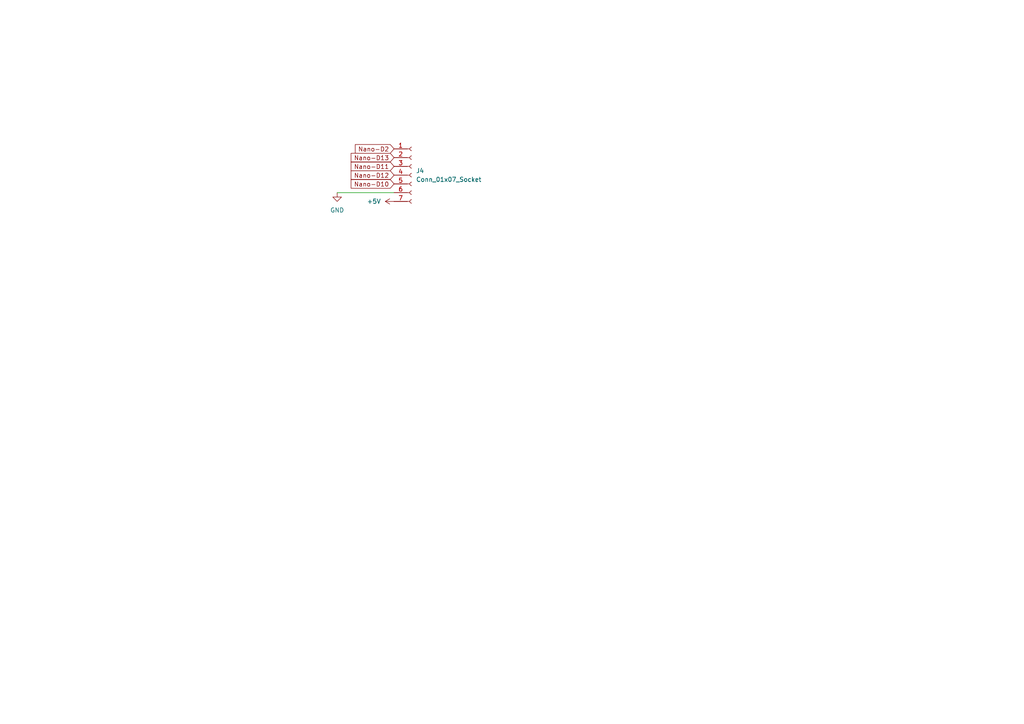
<source format=kicad_sch>
(kicad_sch (version 20230121) (generator eeschema)

  (uuid c188a13c-c6d8-4757-a784-027f2a6d6637)

  (paper "A4")

  (lib_symbols
    (symbol "Connector:Conn_01x07_Socket" (pin_names (offset 1.016) hide) (in_bom yes) (on_board yes)
      (property "Reference" "J" (at 0 10.16 0)
        (effects (font (size 1.27 1.27)))
      )
      (property "Value" "Conn_01x07_Socket" (at 0 -10.16 0)
        (effects (font (size 1.27 1.27)))
      )
      (property "Footprint" "" (at 0 0 0)
        (effects (font (size 1.27 1.27)) hide)
      )
      (property "Datasheet" "~" (at 0 0 0)
        (effects (font (size 1.27 1.27)) hide)
      )
      (property "ki_locked" "" (at 0 0 0)
        (effects (font (size 1.27 1.27)))
      )
      (property "ki_keywords" "connector" (at 0 0 0)
        (effects (font (size 1.27 1.27)) hide)
      )
      (property "ki_description" "Generic connector, single row, 01x07, script generated" (at 0 0 0)
        (effects (font (size 1.27 1.27)) hide)
      )
      (property "ki_fp_filters" "Connector*:*_1x??_*" (at 0 0 0)
        (effects (font (size 1.27 1.27)) hide)
      )
      (symbol "Conn_01x07_Socket_1_1"
        (arc (start 0 -7.112) (mid -0.5058 -7.62) (end 0 -8.128)
          (stroke (width 0.1524) (type default))
          (fill (type none))
        )
        (arc (start 0 -4.572) (mid -0.5058 -5.08) (end 0 -5.588)
          (stroke (width 0.1524) (type default))
          (fill (type none))
        )
        (arc (start 0 -2.032) (mid -0.5058 -2.54) (end 0 -3.048)
          (stroke (width 0.1524) (type default))
          (fill (type none))
        )
        (polyline
          (pts
            (xy -1.27 -7.62)
            (xy -0.508 -7.62)
          )
          (stroke (width 0.1524) (type default))
          (fill (type none))
        )
        (polyline
          (pts
            (xy -1.27 -5.08)
            (xy -0.508 -5.08)
          )
          (stroke (width 0.1524) (type default))
          (fill (type none))
        )
        (polyline
          (pts
            (xy -1.27 -2.54)
            (xy -0.508 -2.54)
          )
          (stroke (width 0.1524) (type default))
          (fill (type none))
        )
        (polyline
          (pts
            (xy -1.27 0)
            (xy -0.508 0)
          )
          (stroke (width 0.1524) (type default))
          (fill (type none))
        )
        (polyline
          (pts
            (xy -1.27 2.54)
            (xy -0.508 2.54)
          )
          (stroke (width 0.1524) (type default))
          (fill (type none))
        )
        (polyline
          (pts
            (xy -1.27 5.08)
            (xy -0.508 5.08)
          )
          (stroke (width 0.1524) (type default))
          (fill (type none))
        )
        (polyline
          (pts
            (xy -1.27 7.62)
            (xy -0.508 7.62)
          )
          (stroke (width 0.1524) (type default))
          (fill (type none))
        )
        (arc (start 0 0.508) (mid -0.5058 0) (end 0 -0.508)
          (stroke (width 0.1524) (type default))
          (fill (type none))
        )
        (arc (start 0 3.048) (mid -0.5058 2.54) (end 0 2.032)
          (stroke (width 0.1524) (type default))
          (fill (type none))
        )
        (arc (start 0 5.588) (mid -0.5058 5.08) (end 0 4.572)
          (stroke (width 0.1524) (type default))
          (fill (type none))
        )
        (arc (start 0 8.128) (mid -0.5058 7.62) (end 0 7.112)
          (stroke (width 0.1524) (type default))
          (fill (type none))
        )
        (pin passive line (at -5.08 7.62 0) (length 3.81)
          (name "Pin_1" (effects (font (size 1.27 1.27))))
          (number "1" (effects (font (size 1.27 1.27))))
        )
        (pin passive line (at -5.08 5.08 0) (length 3.81)
          (name "Pin_2" (effects (font (size 1.27 1.27))))
          (number "2" (effects (font (size 1.27 1.27))))
        )
        (pin passive line (at -5.08 2.54 0) (length 3.81)
          (name "Pin_3" (effects (font (size 1.27 1.27))))
          (number "3" (effects (font (size 1.27 1.27))))
        )
        (pin passive line (at -5.08 0 0) (length 3.81)
          (name "Pin_4" (effects (font (size 1.27 1.27))))
          (number "4" (effects (font (size 1.27 1.27))))
        )
        (pin passive line (at -5.08 -2.54 0) (length 3.81)
          (name "Pin_5" (effects (font (size 1.27 1.27))))
          (number "5" (effects (font (size 1.27 1.27))))
        )
        (pin passive line (at -5.08 -5.08 0) (length 3.81)
          (name "Pin_6" (effects (font (size 1.27 1.27))))
          (number "6" (effects (font (size 1.27 1.27))))
        )
        (pin passive line (at -5.08 -7.62 0) (length 3.81)
          (name "Pin_7" (effects (font (size 1.27 1.27))))
          (number "7" (effects (font (size 1.27 1.27))))
        )
      )
    )
    (symbol "power:+5V" (power) (pin_names (offset 0)) (in_bom yes) (on_board yes)
      (property "Reference" "#PWR" (at 0 -3.81 0)
        (effects (font (size 1.27 1.27)) hide)
      )
      (property "Value" "+5V" (at 0 3.556 0)
        (effects (font (size 1.27 1.27)))
      )
      (property "Footprint" "" (at 0 0 0)
        (effects (font (size 1.27 1.27)) hide)
      )
      (property "Datasheet" "" (at 0 0 0)
        (effects (font (size 1.27 1.27)) hide)
      )
      (property "ki_keywords" "global power" (at 0 0 0)
        (effects (font (size 1.27 1.27)) hide)
      )
      (property "ki_description" "Power symbol creates a global label with name \"+5V\"" (at 0 0 0)
        (effects (font (size 1.27 1.27)) hide)
      )
      (symbol "+5V_0_1"
        (polyline
          (pts
            (xy -0.762 1.27)
            (xy 0 2.54)
          )
          (stroke (width 0) (type default))
          (fill (type none))
        )
        (polyline
          (pts
            (xy 0 0)
            (xy 0 2.54)
          )
          (stroke (width 0) (type default))
          (fill (type none))
        )
        (polyline
          (pts
            (xy 0 2.54)
            (xy 0.762 1.27)
          )
          (stroke (width 0) (type default))
          (fill (type none))
        )
      )
      (symbol "+5V_1_1"
        (pin power_in line (at 0 0 90) (length 0) hide
          (name "+5V" (effects (font (size 1.27 1.27))))
          (number "1" (effects (font (size 1.27 1.27))))
        )
      )
    )
    (symbol "power:GND" (power) (pin_names (offset 0)) (in_bom yes) (on_board yes)
      (property "Reference" "#PWR" (at 0 -6.35 0)
        (effects (font (size 1.27 1.27)) hide)
      )
      (property "Value" "GND" (at 0 -3.81 0)
        (effects (font (size 1.27 1.27)))
      )
      (property "Footprint" "" (at 0 0 0)
        (effects (font (size 1.27 1.27)) hide)
      )
      (property "Datasheet" "" (at 0 0 0)
        (effects (font (size 1.27 1.27)) hide)
      )
      (property "ki_keywords" "global power" (at 0 0 0)
        (effects (font (size 1.27 1.27)) hide)
      )
      (property "ki_description" "Power symbol creates a global label with name \"GND\" , ground" (at 0 0 0)
        (effects (font (size 1.27 1.27)) hide)
      )
      (symbol "GND_0_1"
        (polyline
          (pts
            (xy 0 0)
            (xy 0 -1.27)
            (xy 1.27 -1.27)
            (xy 0 -2.54)
            (xy -1.27 -1.27)
            (xy 0 -1.27)
          )
          (stroke (width 0) (type default))
          (fill (type none))
        )
      )
      (symbol "GND_1_1"
        (pin power_in line (at 0 0 270) (length 0) hide
          (name "GND" (effects (font (size 1.27 1.27))))
          (number "1" (effects (font (size 1.27 1.27))))
        )
      )
    )
  )


  (wire (pts (xy 97.79 55.88) (xy 114.3 55.88))
    (stroke (width 0) (type default))
    (uuid cf3e38e7-49b4-4eb3-86d0-70fb8548416e)
  )

  (global_label "Nano-D2" (shape input) (at 114.3 43.18 180) (fields_autoplaced)
    (effects (font (size 1.27 1.27)) (justify right))
    (uuid 18554509-e38a-4814-8263-d3ee5abc7f66)
    (property "Intersheetrefs" "${INTERSHEET_REFS}" (at 102.4854 43.18 0)
      (effects (font (size 1.27 1.27)) (justify right) hide)
    )
  )
  (global_label "Nano-D11" (shape input) (at 114.3 48.26 180) (fields_autoplaced)
    (effects (font (size 1.27 1.27)) (justify right))
    (uuid 188e1e86-558c-4b90-851e-fb8fc7bad89f)
    (property "Intersheetrefs" "${INTERSHEET_REFS}" (at 101.2759 48.26 0)
      (effects (font (size 1.27 1.27)) (justify right) hide)
    )
  )
  (global_label "Nano-D13" (shape input) (at 114.3 45.72 180) (fields_autoplaced)
    (effects (font (size 1.27 1.27)) (justify right))
    (uuid 27688b64-6ec7-497d-a498-7c15b50b6a00)
    (property "Intersheetrefs" "${INTERSHEET_REFS}" (at 101.2759 45.72 0)
      (effects (font (size 1.27 1.27)) (justify right) hide)
    )
  )
  (global_label "Nano-D12" (shape input) (at 114.3 50.8 180) (fields_autoplaced)
    (effects (font (size 1.27 1.27)) (justify right))
    (uuid 68d5f1bf-2eb8-4f84-af2a-687840e7f07a)
    (property "Intersheetrefs" "${INTERSHEET_REFS}" (at 101.2759 50.8 0)
      (effects (font (size 1.27 1.27)) (justify right) hide)
    )
  )
  (global_label "Nano-D10" (shape input) (at 114.3 53.34 180) (fields_autoplaced)
    (effects (font (size 1.27 1.27)) (justify right))
    (uuid 6df22706-5fa7-4819-b34a-3f01136f0139)
    (property "Intersheetrefs" "${INTERSHEET_REFS}" (at 101.2759 53.34 0)
      (effects (font (size 1.27 1.27)) (justify right) hide)
    )
  )

  (symbol (lib_id "power:GND") (at 97.79 55.88 0) (unit 1)
    (in_bom yes) (on_board yes) (dnp no) (fields_autoplaced)
    (uuid 09b9ae5f-a6ca-4a47-abab-1db79e04e508)
    (property "Reference" "#PWR054" (at 97.79 62.23 0)
      (effects (font (size 1.27 1.27)) hide)
    )
    (property "Value" "GND" (at 97.79 60.96 0)
      (effects (font (size 1.27 1.27)))
    )
    (property "Footprint" "" (at 97.79 55.88 0)
      (effects (font (size 1.27 1.27)) hide)
    )
    (property "Datasheet" "" (at 97.79 55.88 0)
      (effects (font (size 1.27 1.27)) hide)
    )
    (pin "1" (uuid 39ac81a0-a3ac-4579-88a1-4a8bb0007a11))
    (instances
      (project "PDMduino"
        (path "/79db51bf-0c70-4754-82e7-36daa7f915c0/355bba6b-573e-480f-a0ff-36bd9b6a034b"
          (reference "#PWR054") (unit 1)
        )
      )
    )
  )

  (symbol (lib_id "power:+5V") (at 114.3 58.42 90) (unit 1)
    (in_bom yes) (on_board yes) (dnp no) (fields_autoplaced)
    (uuid 25f7c9cc-97b2-473a-aea9-03bc1e6e2a53)
    (property "Reference" "#PWR053" (at 118.11 58.42 0)
      (effects (font (size 1.27 1.27)) hide)
    )
    (property "Value" "+5V" (at 110.49 58.42 90)
      (effects (font (size 1.27 1.27)) (justify left))
    )
    (property "Footprint" "" (at 114.3 58.42 0)
      (effects (font (size 1.27 1.27)) hide)
    )
    (property "Datasheet" "" (at 114.3 58.42 0)
      (effects (font (size 1.27 1.27)) hide)
    )
    (pin "1" (uuid a037fd4d-6588-44cd-bc35-5c361d9753f6))
    (instances
      (project "PDMduino"
        (path "/79db51bf-0c70-4754-82e7-36daa7f915c0/355bba6b-573e-480f-a0ff-36bd9b6a034b"
          (reference "#PWR053") (unit 1)
        )
      )
    )
  )

  (symbol (lib_id "Connector:Conn_01x07_Socket") (at 119.38 50.8 0) (unit 1)
    (in_bom yes) (on_board yes) (dnp no) (fields_autoplaced)
    (uuid c0b93c4e-1ebc-4cae-a7b9-bbf44808d87e)
    (property "Reference" "J4" (at 120.65 49.53 0)
      (effects (font (size 1.27 1.27)) (justify left))
    )
    (property "Value" "Conn_01x07_Socket" (at 120.65 52.07 0)
      (effects (font (size 1.27 1.27)) (justify left))
    )
    (property "Footprint" "Connector_PinSocket_2.54mm:PinSocket_1x07_P2.54mm_Vertical" (at 119.38 50.8 0)
      (effects (font (size 1.27 1.27)) hide)
    )
    (property "Datasheet" "~" (at 119.38 50.8 0)
      (effects (font (size 1.27 1.27)) hide)
    )
    (pin "5" (uuid 220a4a97-964b-4d71-b84e-ef55f0801901))
    (pin "7" (uuid 74463a21-19fe-4ffb-a930-7efdc66f0f85))
    (pin "3" (uuid d41cacce-4a0e-40bd-aa92-ec3d1245b3dc))
    (pin "1" (uuid ee52ed69-55dc-409d-a5dd-066114dfa50a))
    (pin "6" (uuid 87bcb4ed-970b-4347-ac3a-438ebee18974))
    (pin "2" (uuid b26653bf-58ce-493a-b5b6-4037afe5bdbb))
    (pin "4" (uuid b3aee10d-79cc-4ac1-a3b4-8fd2fefbf195))
    (instances
      (project "PDMduino"
        (path "/79db51bf-0c70-4754-82e7-36daa7f915c0/355bba6b-573e-480f-a0ff-36bd9b6a034b"
          (reference "J4") (unit 1)
        )
      )
    )
  )
)

</source>
